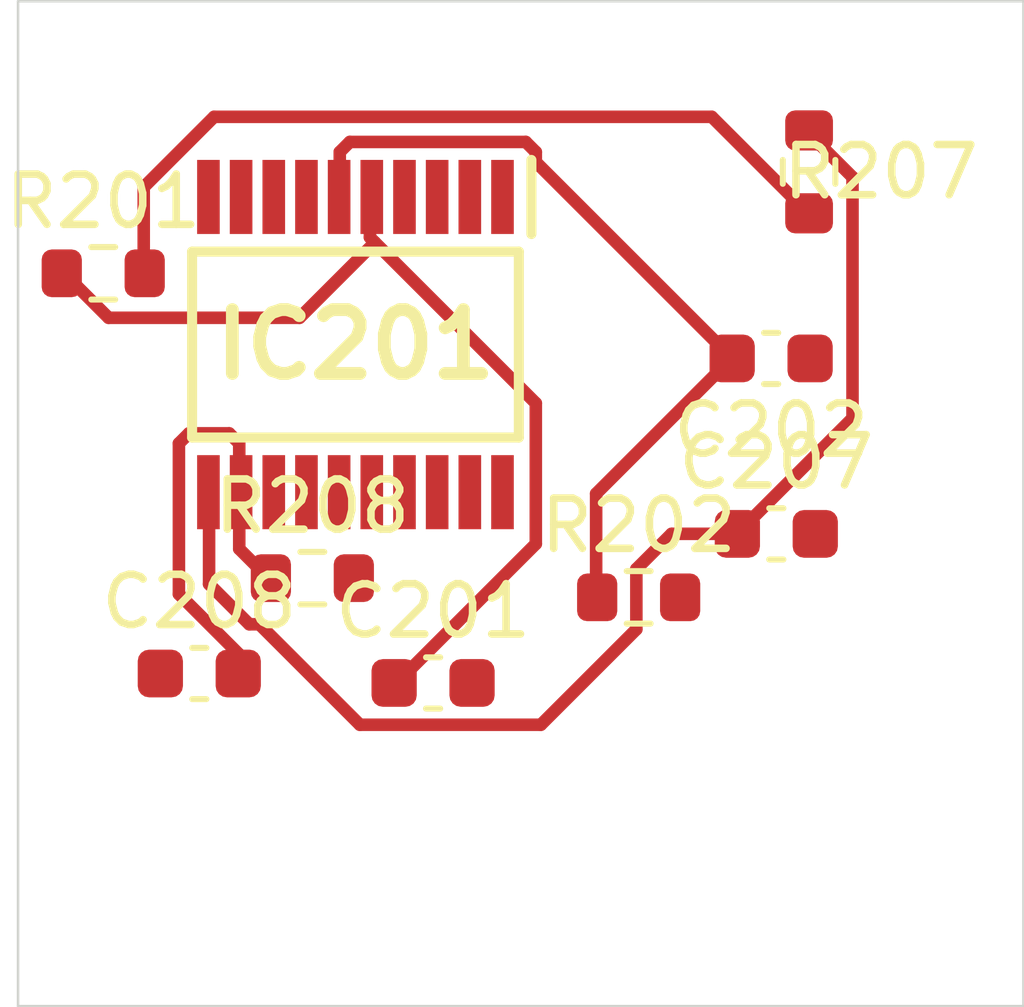
<source format=kicad_pcb>
 ( kicad_pcb  ( version 20171130 )
 ( host pcbnew 5.1.12-84ad8e8a86~92~ubuntu18.04.1 )
 ( general  ( thickness 1.6 )
 ( drawings 4 )
 ( tracks 0 )
 ( zones 0 )
 ( modules 9 )
 ( nets 19 )
)
 ( page A4 )
 ( layers  ( 0 F.Cu signal )
 ( 31 B.Cu signal )
 ( 32 B.Adhes user )
 ( 33 F.Adhes user )
 ( 34 B.Paste user )
 ( 35 F.Paste user )
 ( 36 B.SilkS user )
 ( 37 F.SilkS user )
 ( 38 B.Mask user )
 ( 39 F.Mask user )
 ( 40 Dwgs.User user )
 ( 41 Cmts.User user )
 ( 42 Eco1.User user )
 ( 43 Eco2.User user )
 ( 44 Edge.Cuts user )
 ( 45 Margin user )
 ( 46 B.CrtYd user )
 ( 47 F.CrtYd user )
 ( 48 B.Fab user )
 ( 49 F.Fab user )
)
 ( setup  ( last_trace_width 0.25 )
 ( trace_clearance 0.2 )
 ( zone_clearance 0.508 )
 ( zone_45_only no )
 ( trace_min 0.2 )
 ( via_size 0.8 )
 ( via_drill 0.4 )
 ( via_min_size 0.4 )
 ( via_min_drill 0.3 )
 ( uvia_size 0.3 )
 ( uvia_drill 0.1 )
 ( uvias_allowed no )
 ( uvia_min_size 0.2 )
 ( uvia_min_drill 0.1 )
 ( edge_width 0.05 )
 ( segment_width 0.2 )
 ( pcb_text_width 0.3 )
 ( pcb_text_size 1.5 1.5 )
 ( mod_edge_width 0.12 )
 ( mod_text_size 1 1 )
 ( mod_text_width 0.15 )
 ( pad_size 1.524 1.524 )
 ( pad_drill 0.762 )
 ( pad_to_mask_clearance 0 )
 ( aux_axis_origin 0 0 )
 ( visible_elements FFFFFF7F )
 ( pcbplotparams  ( layerselection 0x010fc_ffffffff )
 ( usegerberextensions false )
 ( usegerberattributes true )
 ( usegerberadvancedattributes true )
 ( creategerberjobfile true )
 ( excludeedgelayer true )
 ( linewidth 0.100000 )
 ( plotframeref false )
 ( viasonmask false )
 ( mode 1 )
 ( useauxorigin false )
 ( hpglpennumber 1 )
 ( hpglpenspeed 20 )
 ( hpglpendiameter 15.000000 )
 ( psnegative false )
 ( psa4output false )
 ( plotreference true )
 ( plotvalue true )
 ( plotinvisibletext false )
 ( padsonsilk false )
 ( subtractmaskfromsilk false )
 ( outputformat 1 )
 ( mirror false )
 ( drillshape 1 )
 ( scaleselection 1 )
 ( outputdirectory "" )
)
)
 ( net 0 "" )
 ( net 1 GND )
 ( net 2 /Sheet6235D886/ch0 )
 ( net 3 /Sheet6235D886/ch1 )
 ( net 4 /Sheet6235D886/ch2 )
 ( net 5 /Sheet6235D886/ch3 )
 ( net 6 /Sheet6235D886/ch4 )
 ( net 7 /Sheet6235D886/ch5 )
 ( net 8 /Sheet6235D886/ch6 )
 ( net 9 /Sheet6235D886/ch7 )
 ( net 10 VDD )
 ( net 11 VDDA )
 ( net 12 /Sheet6235D886/adc_csn )
 ( net 13 /Sheet6235D886/adc_sck )
 ( net 14 /Sheet6235D886/adc_sdi )
 ( net 15 /Sheet6235D886/adc_sdo )
 ( net 16 /Sheet6235D886/vp )
 ( net 17 /Sheet6248AD22/chn0 )
 ( net 18 /Sheet6248AD22/chn3 )
 ( net_class Default "This is the default net class."  ( clearance 0.2 )
 ( trace_width 0.25 )
 ( via_dia 0.8 )
 ( via_drill 0.4 )
 ( uvia_dia 0.3 )
 ( uvia_drill 0.1 )
 ( add_net /Sheet6235D886/adc_csn )
 ( add_net /Sheet6235D886/adc_sck )
 ( add_net /Sheet6235D886/adc_sdi )
 ( add_net /Sheet6235D886/adc_sdo )
 ( add_net /Sheet6235D886/ch0 )
 ( add_net /Sheet6235D886/ch1 )
 ( add_net /Sheet6235D886/ch2 )
 ( add_net /Sheet6235D886/ch3 )
 ( add_net /Sheet6235D886/ch4 )
 ( add_net /Sheet6235D886/ch5 )
 ( add_net /Sheet6235D886/ch6 )
 ( add_net /Sheet6235D886/ch7 )
 ( add_net /Sheet6235D886/vp )
 ( add_net /Sheet6248AD22/chn0 )
 ( add_net /Sheet6248AD22/chn3 )
 ( add_net GND )
 ( add_net VDD )
 ( add_net VDDA )
)
 ( module Capacitor_SMD:C_0603_1608Metric  ( layer F.Cu )
 ( tedit 5F68FEEE )
 ( tstamp 6234222D )
 ( at 88.256400 113.568000 )
 ( descr "Capacitor SMD 0603 (1608 Metric), square (rectangular) end terminal, IPC_7351 nominal, (Body size source: IPC-SM-782 page 76, https://www.pcb-3d.com/wordpress/wp-content/uploads/ipc-sm-782a_amendment_1_and_2.pdf), generated with kicad-footprint-generator" )
 ( tags capacitor )
 ( path /6235D887/623691C5 )
 ( attr smd )
 ( fp_text reference C201  ( at 0 -1.43 )
 ( layer F.SilkS )
 ( effects  ( font  ( size 1 1 )
 ( thickness 0.15 )
)
)
)
 ( fp_text value 0.1uF  ( at 0 1.43 )
 ( layer F.Fab )
 ( effects  ( font  ( size 1 1 )
 ( thickness 0.15 )
)
)
)
 ( fp_line  ( start -0.8 0.4 )
 ( end -0.8 -0.4 )
 ( layer F.Fab )
 ( width 0.1 )
)
 ( fp_line  ( start -0.8 -0.4 )
 ( end 0.8 -0.4 )
 ( layer F.Fab )
 ( width 0.1 )
)
 ( fp_line  ( start 0.8 -0.4 )
 ( end 0.8 0.4 )
 ( layer F.Fab )
 ( width 0.1 )
)
 ( fp_line  ( start 0.8 0.4 )
 ( end -0.8 0.4 )
 ( layer F.Fab )
 ( width 0.1 )
)
 ( fp_line  ( start -0.14058 -0.51 )
 ( end 0.14058 -0.51 )
 ( layer F.SilkS )
 ( width 0.12 )
)
 ( fp_line  ( start -0.14058 0.51 )
 ( end 0.14058 0.51 )
 ( layer F.SilkS )
 ( width 0.12 )
)
 ( fp_line  ( start -1.48 0.73 )
 ( end -1.48 -0.73 )
 ( layer F.CrtYd )
 ( width 0.05 )
)
 ( fp_line  ( start -1.48 -0.73 )
 ( end 1.48 -0.73 )
 ( layer F.CrtYd )
 ( width 0.05 )
)
 ( fp_line  ( start 1.48 -0.73 )
 ( end 1.48 0.73 )
 ( layer F.CrtYd )
 ( width 0.05 )
)
 ( fp_line  ( start 1.48 0.73 )
 ( end -1.48 0.73 )
 ( layer F.CrtYd )
 ( width 0.05 )
)
 ( fp_text user %R  ( at 0 0 )
 ( layer F.Fab )
 ( effects  ( font  ( size 0.4 0.4 )
 ( thickness 0.06 )
)
)
)
 ( pad 2 smd roundrect  ( at 0.775 0 )
 ( size 0.9 0.95 )
 ( layers F.Cu F.Mask F.Paste )
 ( roundrect_rratio 0.25 )
 ( net 1 GND )
)
 ( pad 1 smd roundrect  ( at -0.775 0 )
 ( size 0.9 0.95 )
 ( layers F.Cu F.Mask F.Paste )
 ( roundrect_rratio 0.25 )
 ( net 2 /Sheet6235D886/ch0 )
)
 ( model ${KISYS3DMOD}/Capacitor_SMD.3dshapes/C_0603_1608Metric.wrl  ( at  ( xyz 0 0 0 )
)
 ( scale  ( xyz 1 1 1 )
)
 ( rotate  ( xyz 0 0 0 )
)
)
)
 ( module Capacitor_SMD:C_0603_1608Metric  ( layer F.Cu )
 ( tedit 5F68FEEE )
 ( tstamp 6234223E )
 ( at 94.981600 107.109000 180.000000 )
 ( descr "Capacitor SMD 0603 (1608 Metric), square (rectangular) end terminal, IPC_7351 nominal, (Body size source: IPC-SM-782 page 76, https://www.pcb-3d.com/wordpress/wp-content/uploads/ipc-sm-782a_amendment_1_and_2.pdf), generated with kicad-footprint-generator" )
 ( tags capacitor )
 ( path /6235D887/62369EE0 )
 ( attr smd )
 ( fp_text reference C202  ( at 0 -1.43 )
 ( layer F.SilkS )
 ( effects  ( font  ( size 1 1 )
 ( thickness 0.15 )
)
)
)
 ( fp_text value 0.1uF  ( at 0 1.43 )
 ( layer F.Fab )
 ( effects  ( font  ( size 1 1 )
 ( thickness 0.15 )
)
)
)
 ( fp_line  ( start 1.48 0.73 )
 ( end -1.48 0.73 )
 ( layer F.CrtYd )
 ( width 0.05 )
)
 ( fp_line  ( start 1.48 -0.73 )
 ( end 1.48 0.73 )
 ( layer F.CrtYd )
 ( width 0.05 )
)
 ( fp_line  ( start -1.48 -0.73 )
 ( end 1.48 -0.73 )
 ( layer F.CrtYd )
 ( width 0.05 )
)
 ( fp_line  ( start -1.48 0.73 )
 ( end -1.48 -0.73 )
 ( layer F.CrtYd )
 ( width 0.05 )
)
 ( fp_line  ( start -0.14058 0.51 )
 ( end 0.14058 0.51 )
 ( layer F.SilkS )
 ( width 0.12 )
)
 ( fp_line  ( start -0.14058 -0.51 )
 ( end 0.14058 -0.51 )
 ( layer F.SilkS )
 ( width 0.12 )
)
 ( fp_line  ( start 0.8 0.4 )
 ( end -0.8 0.4 )
 ( layer F.Fab )
 ( width 0.1 )
)
 ( fp_line  ( start 0.8 -0.4 )
 ( end 0.8 0.4 )
 ( layer F.Fab )
 ( width 0.1 )
)
 ( fp_line  ( start -0.8 -0.4 )
 ( end 0.8 -0.4 )
 ( layer F.Fab )
 ( width 0.1 )
)
 ( fp_line  ( start -0.8 0.4 )
 ( end -0.8 -0.4 )
 ( layer F.Fab )
 ( width 0.1 )
)
 ( fp_text user %R  ( at 0 0 )
 ( layer F.Fab )
 ( effects  ( font  ( size 0.4 0.4 )
 ( thickness 0.06 )
)
)
)
 ( pad 1 smd roundrect  ( at -0.775 0 180.000000 )
 ( size 0.9 0.95 )
 ( layers F.Cu F.Mask F.Paste )
 ( roundrect_rratio 0.25 )
 ( net 1 GND )
)
 ( pad 2 smd roundrect  ( at 0.775 0 180.000000 )
 ( size 0.9 0.95 )
 ( layers F.Cu F.Mask F.Paste )
 ( roundrect_rratio 0.25 )
 ( net 3 /Sheet6235D886/ch1 )
)
 ( model ${KISYS3DMOD}/Capacitor_SMD.3dshapes/C_0603_1608Metric.wrl  ( at  ( xyz 0 0 0 )
)
 ( scale  ( xyz 1 1 1 )
)
 ( rotate  ( xyz 0 0 0 )
)
)
)
 ( module Capacitor_SMD:C_0603_1608Metric  ( layer F.Cu )
 ( tedit 5F68FEEE )
 ( tstamp 62342293 )
 ( at 95.084200 110.601000 )
 ( descr "Capacitor SMD 0603 (1608 Metric), square (rectangular) end terminal, IPC_7351 nominal, (Body size source: IPC-SM-782 page 76, https://www.pcb-3d.com/wordpress/wp-content/uploads/ipc-sm-782a_amendment_1_and_2.pdf), generated with kicad-footprint-generator" )
 ( tags capacitor )
 ( path /6235D887/6238B3FE )
 ( attr smd )
 ( fp_text reference C207  ( at 0 -1.43 )
 ( layer F.SilkS )
 ( effects  ( font  ( size 1 1 )
 ( thickness 0.15 )
)
)
)
 ( fp_text value 0.1uF  ( at 0 1.43 )
 ( layer F.Fab )
 ( effects  ( font  ( size 1 1 )
 ( thickness 0.15 )
)
)
)
 ( fp_line  ( start -0.8 0.4 )
 ( end -0.8 -0.4 )
 ( layer F.Fab )
 ( width 0.1 )
)
 ( fp_line  ( start -0.8 -0.4 )
 ( end 0.8 -0.4 )
 ( layer F.Fab )
 ( width 0.1 )
)
 ( fp_line  ( start 0.8 -0.4 )
 ( end 0.8 0.4 )
 ( layer F.Fab )
 ( width 0.1 )
)
 ( fp_line  ( start 0.8 0.4 )
 ( end -0.8 0.4 )
 ( layer F.Fab )
 ( width 0.1 )
)
 ( fp_line  ( start -0.14058 -0.51 )
 ( end 0.14058 -0.51 )
 ( layer F.SilkS )
 ( width 0.12 )
)
 ( fp_line  ( start -0.14058 0.51 )
 ( end 0.14058 0.51 )
 ( layer F.SilkS )
 ( width 0.12 )
)
 ( fp_line  ( start -1.48 0.73 )
 ( end -1.48 -0.73 )
 ( layer F.CrtYd )
 ( width 0.05 )
)
 ( fp_line  ( start -1.48 -0.73 )
 ( end 1.48 -0.73 )
 ( layer F.CrtYd )
 ( width 0.05 )
)
 ( fp_line  ( start 1.48 -0.73 )
 ( end 1.48 0.73 )
 ( layer F.CrtYd )
 ( width 0.05 )
)
 ( fp_line  ( start 1.48 0.73 )
 ( end -1.48 0.73 )
 ( layer F.CrtYd )
 ( width 0.05 )
)
 ( fp_text user %R  ( at 0 0 )
 ( layer F.Fab )
 ( effects  ( font  ( size 0.4 0.4 )
 ( thickness 0.06 )
)
)
)
 ( pad 2 smd roundrect  ( at 0.775 0 )
 ( size 0.9 0.95 )
 ( layers F.Cu F.Mask F.Paste )
 ( roundrect_rratio 0.25 )
 ( net 1 GND )
)
 ( pad 1 smd roundrect  ( at -0.775 0 )
 ( size 0.9 0.95 )
 ( layers F.Cu F.Mask F.Paste )
 ( roundrect_rratio 0.25 )
 ( net 8 /Sheet6235D886/ch6 )
)
 ( model ${KISYS3DMOD}/Capacitor_SMD.3dshapes/C_0603_1608Metric.wrl  ( at  ( xyz 0 0 0 )
)
 ( scale  ( xyz 1 1 1 )
)
 ( rotate  ( xyz 0 0 0 )
)
)
)
 ( module Capacitor_SMD:C_0603_1608Metric  ( layer F.Cu )
 ( tedit 5F68FEEE )
 ( tstamp 623422A4 )
 ( at 83.605400 113.380000 )
 ( descr "Capacitor SMD 0603 (1608 Metric), square (rectangular) end terminal, IPC_7351 nominal, (Body size source: IPC-SM-782 page 76, https://www.pcb-3d.com/wordpress/wp-content/uploads/ipc-sm-782a_amendment_1_and_2.pdf), generated with kicad-footprint-generator" )
 ( tags capacitor )
 ( path /6235D887/6238B404 )
 ( attr smd )
 ( fp_text reference C208  ( at 0 -1.43 )
 ( layer F.SilkS )
 ( effects  ( font  ( size 1 1 )
 ( thickness 0.15 )
)
)
)
 ( fp_text value 0.1uF  ( at 0 1.43 )
 ( layer F.Fab )
 ( effects  ( font  ( size 1 1 )
 ( thickness 0.15 )
)
)
)
 ( fp_line  ( start 1.48 0.73 )
 ( end -1.48 0.73 )
 ( layer F.CrtYd )
 ( width 0.05 )
)
 ( fp_line  ( start 1.48 -0.73 )
 ( end 1.48 0.73 )
 ( layer F.CrtYd )
 ( width 0.05 )
)
 ( fp_line  ( start -1.48 -0.73 )
 ( end 1.48 -0.73 )
 ( layer F.CrtYd )
 ( width 0.05 )
)
 ( fp_line  ( start -1.48 0.73 )
 ( end -1.48 -0.73 )
 ( layer F.CrtYd )
 ( width 0.05 )
)
 ( fp_line  ( start -0.14058 0.51 )
 ( end 0.14058 0.51 )
 ( layer F.SilkS )
 ( width 0.12 )
)
 ( fp_line  ( start -0.14058 -0.51 )
 ( end 0.14058 -0.51 )
 ( layer F.SilkS )
 ( width 0.12 )
)
 ( fp_line  ( start 0.8 0.4 )
 ( end -0.8 0.4 )
 ( layer F.Fab )
 ( width 0.1 )
)
 ( fp_line  ( start 0.8 -0.4 )
 ( end 0.8 0.4 )
 ( layer F.Fab )
 ( width 0.1 )
)
 ( fp_line  ( start -0.8 -0.4 )
 ( end 0.8 -0.4 )
 ( layer F.Fab )
 ( width 0.1 )
)
 ( fp_line  ( start -0.8 0.4 )
 ( end -0.8 -0.4 )
 ( layer F.Fab )
 ( width 0.1 )
)
 ( fp_text user %R  ( at 0 0 )
 ( layer F.Fab )
 ( effects  ( font  ( size 0.4 0.4 )
 ( thickness 0.06 )
)
)
)
 ( pad 1 smd roundrect  ( at -0.775 0 )
 ( size 0.9 0.95 )
 ( layers F.Cu F.Mask F.Paste )
 ( roundrect_rratio 0.25 )
 ( net 1 GND )
)
 ( pad 2 smd roundrect  ( at 0.775 0 )
 ( size 0.9 0.95 )
 ( layers F.Cu F.Mask F.Paste )
 ( roundrect_rratio 0.25 )
 ( net 9 /Sheet6235D886/ch7 )
)
 ( model ${KISYS3DMOD}/Capacitor_SMD.3dshapes/C_0603_1608Metric.wrl  ( at  ( xyz 0 0 0 )
)
 ( scale  ( xyz 1 1 1 )
)
 ( rotate  ( xyz 0 0 0 )
)
)
)
 ( module MCP3564R-E_ST:SOP65P640X120-20N locked  ( layer F.Cu )
 ( tedit 623351C2 )
 ( tstamp 623423D6 )
 ( at 86.712100 106.833000 270.000000 )
 ( descr "20-Lead Plastic Thin Shrink Small Outline (ST) - 4.4mm body [TSSOP]" )
 ( tags "Integrated Circuit" )
 ( path /6235D887/6235E071 )
 ( attr smd )
 ( fp_text reference IC201  ( at 0 0 )
 ( layer F.SilkS )
 ( effects  ( font  ( size 1.27 1.27 )
 ( thickness 0.254 )
)
)
)
 ( fp_text value MCP3564R-E_ST  ( at 0 0 )
 ( layer F.SilkS )
hide  ( effects  ( font  ( size 1.27 1.27 )
 ( thickness 0.254 )
)
)
)
 ( fp_line  ( start -3.925 -3.55 )
 ( end 3.925 -3.55 )
 ( layer Dwgs.User )
 ( width 0.05 )
)
 ( fp_line  ( start 3.925 -3.55 )
 ( end 3.925 3.55 )
 ( layer Dwgs.User )
 ( width 0.05 )
)
 ( fp_line  ( start 3.925 3.55 )
 ( end -3.925 3.55 )
 ( layer Dwgs.User )
 ( width 0.05 )
)
 ( fp_line  ( start -3.925 3.55 )
 ( end -3.925 -3.55 )
 ( layer Dwgs.User )
 ( width 0.05 )
)
 ( fp_line  ( start -2.2 -3.25 )
 ( end 2.2 -3.25 )
 ( layer Dwgs.User )
 ( width 0.1 )
)
 ( fp_line  ( start 2.2 -3.25 )
 ( end 2.2 3.25 )
 ( layer Dwgs.User )
 ( width 0.1 )
)
 ( fp_line  ( start 2.2 3.25 )
 ( end -2.2 3.25 )
 ( layer Dwgs.User )
 ( width 0.1 )
)
 ( fp_line  ( start -2.2 3.25 )
 ( end -2.2 -3.25 )
 ( layer Dwgs.User )
 ( width 0.1 )
)
 ( fp_line  ( start -2.2 -2.6 )
 ( end -1.55 -3.25 )
 ( layer Dwgs.User )
 ( width 0.1 )
)
 ( fp_line  ( start -1.85 -3.25 )
 ( end 1.85 -3.25 )
 ( layer F.SilkS )
 ( width 0.2 )
)
 ( fp_line  ( start 1.85 -3.25 )
 ( end 1.85 3.25 )
 ( layer F.SilkS )
 ( width 0.2 )
)
 ( fp_line  ( start 1.85 3.25 )
 ( end -1.85 3.25 )
 ( layer F.SilkS )
 ( width 0.2 )
)
 ( fp_line  ( start -1.85 3.25 )
 ( end -1.85 -3.25 )
 ( layer F.SilkS )
 ( width 0.2 )
)
 ( fp_line  ( start -3.675 -3.5 )
 ( end -2.2 -3.5 )
 ( layer F.SilkS )
 ( width 0.2 )
)
 ( pad 1 smd rect  ( at -2.938 -2.925 )
 ( size 0.45 1.475 )
 ( layers F.Cu F.Mask F.Paste )
 ( net 11 VDDA )
)
 ( pad 2 smd rect  ( at -2.938 -2.275 )
 ( size 0.45 1.475 )
 ( layers F.Cu F.Mask F.Paste )
 ( net 1 GND )
)
 ( pad 3 smd rect  ( at -2.938 -1.625 )
 ( size 0.45 1.475 )
 ( layers F.Cu F.Mask F.Paste )
 ( net 1 GND )
)
 ( pad 4 smd rect  ( at -2.938 -0.975 )
 ( size 0.45 1.475 )
 ( layers F.Cu F.Mask F.Paste )
)
 ( pad 5 smd rect  ( at -2.938 -0.325 )
 ( size 0.45 1.475 )
 ( layers F.Cu F.Mask F.Paste )
 ( net 2 /Sheet6235D886/ch0 )
)
 ( pad 6 smd rect  ( at -2.938 0.325 )
 ( size 0.45 1.475 )
 ( layers F.Cu F.Mask F.Paste )
 ( net 3 /Sheet6235D886/ch1 )
)
 ( pad 7 smd rect  ( at -2.938 0.975 )
 ( size 0.45 1.475 )
 ( layers F.Cu F.Mask F.Paste )
 ( net 4 /Sheet6235D886/ch2 )
)
 ( pad 8 smd rect  ( at -2.938 1.625 )
 ( size 0.45 1.475 )
 ( layers F.Cu F.Mask F.Paste )
 ( net 5 /Sheet6235D886/ch3 )
)
 ( pad 9 smd rect  ( at -2.938 2.275 )
 ( size 0.45 1.475 )
 ( layers F.Cu F.Mask F.Paste )
 ( net 6 /Sheet6235D886/ch4 )
)
 ( pad 10 smd rect  ( at -2.938 2.925 )
 ( size 0.45 1.475 )
 ( layers F.Cu F.Mask F.Paste )
 ( net 7 /Sheet6235D886/ch5 )
)
 ( pad 11 smd rect  ( at 2.938 2.925 )
 ( size 0.45 1.475 )
 ( layers F.Cu F.Mask F.Paste )
 ( net 8 /Sheet6235D886/ch6 )
)
 ( pad 12 smd rect  ( at 2.938 2.275 )
 ( size 0.45 1.475 )
 ( layers F.Cu F.Mask F.Paste )
 ( net 9 /Sheet6235D886/ch7 )
)
 ( pad 13 smd rect  ( at 2.938 1.625 )
 ( size 0.45 1.475 )
 ( layers F.Cu F.Mask F.Paste )
 ( net 12 /Sheet6235D886/adc_csn )
)
 ( pad 14 smd rect  ( at 2.938 0.975 )
 ( size 0.45 1.475 )
 ( layers F.Cu F.Mask F.Paste )
 ( net 13 /Sheet6235D886/adc_sck )
)
 ( pad 15 smd rect  ( at 2.938 0.325 )
 ( size 0.45 1.475 )
 ( layers F.Cu F.Mask F.Paste )
 ( net 14 /Sheet6235D886/adc_sdi )
)
 ( pad 16 smd rect  ( at 2.938 -0.325 )
 ( size 0.45 1.475 )
 ( layers F.Cu F.Mask F.Paste )
 ( net 15 /Sheet6235D886/adc_sdo )
)
 ( pad 17 smd rect  ( at 2.938 -0.975 )
 ( size 0.45 1.475 )
 ( layers F.Cu F.Mask F.Paste )
)
 ( pad 18 smd rect  ( at 2.938 -1.625 )
 ( size 0.45 1.475 )
 ( layers F.Cu F.Mask F.Paste )
)
 ( pad 19 smd rect  ( at 2.938 -2.275 )
 ( size 0.45 1.475 )
 ( layers F.Cu F.Mask F.Paste )
 ( net 1 GND )
)
 ( pad 20 smd rect  ( at 2.938 -2.925 )
 ( size 0.45 1.475 )
 ( layers F.Cu F.Mask F.Paste )
 ( net 10 VDD )
)
)
 ( module Resistor_SMD:R_0603_1608Metric  ( layer F.Cu )
 ( tedit 5F68FEEE )
 ( tstamp 6234250D )
 ( at 81.694400 105.415000 )
 ( descr "Resistor SMD 0603 (1608 Metric), square (rectangular) end terminal, IPC_7351 nominal, (Body size source: IPC-SM-782 page 72, https://www.pcb-3d.com/wordpress/wp-content/uploads/ipc-sm-782a_amendment_1_and_2.pdf), generated with kicad-footprint-generator" )
 ( tags resistor )
 ( path /6235D887/623641B7 )
 ( attr smd )
 ( fp_text reference R201  ( at 0 -1.43 )
 ( layer F.SilkS )
 ( effects  ( font  ( size 1 1 )
 ( thickness 0.15 )
)
)
)
 ( fp_text value 1k  ( at 0 1.43 )
 ( layer F.Fab )
 ( effects  ( font  ( size 1 1 )
 ( thickness 0.15 )
)
)
)
 ( fp_line  ( start -0.8 0.4125 )
 ( end -0.8 -0.4125 )
 ( layer F.Fab )
 ( width 0.1 )
)
 ( fp_line  ( start -0.8 -0.4125 )
 ( end 0.8 -0.4125 )
 ( layer F.Fab )
 ( width 0.1 )
)
 ( fp_line  ( start 0.8 -0.4125 )
 ( end 0.8 0.4125 )
 ( layer F.Fab )
 ( width 0.1 )
)
 ( fp_line  ( start 0.8 0.4125 )
 ( end -0.8 0.4125 )
 ( layer F.Fab )
 ( width 0.1 )
)
 ( fp_line  ( start -0.237258 -0.5225 )
 ( end 0.237258 -0.5225 )
 ( layer F.SilkS )
 ( width 0.12 )
)
 ( fp_line  ( start -0.237258 0.5225 )
 ( end 0.237258 0.5225 )
 ( layer F.SilkS )
 ( width 0.12 )
)
 ( fp_line  ( start -1.48 0.73 )
 ( end -1.48 -0.73 )
 ( layer F.CrtYd )
 ( width 0.05 )
)
 ( fp_line  ( start -1.48 -0.73 )
 ( end 1.48 -0.73 )
 ( layer F.CrtYd )
 ( width 0.05 )
)
 ( fp_line  ( start 1.48 -0.73 )
 ( end 1.48 0.73 )
 ( layer F.CrtYd )
 ( width 0.05 )
)
 ( fp_line  ( start 1.48 0.73 )
 ( end -1.48 0.73 )
 ( layer F.CrtYd )
 ( width 0.05 )
)
 ( fp_text user %R  ( at 0 0 )
 ( layer F.Fab )
 ( effects  ( font  ( size 0.4 0.4 )
 ( thickness 0.06 )
)
)
)
 ( pad 2 smd roundrect  ( at 0.825 0 )
 ( size 0.8 0.95 )
 ( layers F.Cu F.Mask F.Paste )
 ( roundrect_rratio 0.25 )
 ( net 16 /Sheet6235D886/vp )
)
 ( pad 1 smd roundrect  ( at -0.825 0 )
 ( size 0.8 0.95 )
 ( layers F.Cu F.Mask F.Paste )
 ( roundrect_rratio 0.25 )
 ( net 2 /Sheet6235D886/ch0 )
)
 ( model ${KISYS3DMOD}/Resistor_SMD.3dshapes/R_0603_1608Metric.wrl  ( at  ( xyz 0 0 0 )
)
 ( scale  ( xyz 1 1 1 )
)
 ( rotate  ( xyz 0 0 0 )
)
)
)
 ( module Resistor_SMD:R_0603_1608Metric  ( layer F.Cu )
 ( tedit 5F68FEEE )
 ( tstamp 6234251E )
 ( at 92.346000 111.864000 )
 ( descr "Resistor SMD 0603 (1608 Metric), square (rectangular) end terminal, IPC_7351 nominal, (Body size source: IPC-SM-782 page 72, https://www.pcb-3d.com/wordpress/wp-content/uploads/ipc-sm-782a_amendment_1_and_2.pdf), generated with kicad-footprint-generator" )
 ( tags resistor )
 ( path /6235D887/6236A646 )
 ( attr smd )
 ( fp_text reference R202  ( at 0 -1.43 )
 ( layer F.SilkS )
 ( effects  ( font  ( size 1 1 )
 ( thickness 0.15 )
)
)
)
 ( fp_text value 1k  ( at 0 1.43 )
 ( layer F.Fab )
 ( effects  ( font  ( size 1 1 )
 ( thickness 0.15 )
)
)
)
 ( fp_line  ( start 1.48 0.73 )
 ( end -1.48 0.73 )
 ( layer F.CrtYd )
 ( width 0.05 )
)
 ( fp_line  ( start 1.48 -0.73 )
 ( end 1.48 0.73 )
 ( layer F.CrtYd )
 ( width 0.05 )
)
 ( fp_line  ( start -1.48 -0.73 )
 ( end 1.48 -0.73 )
 ( layer F.CrtYd )
 ( width 0.05 )
)
 ( fp_line  ( start -1.48 0.73 )
 ( end -1.48 -0.73 )
 ( layer F.CrtYd )
 ( width 0.05 )
)
 ( fp_line  ( start -0.237258 0.5225 )
 ( end 0.237258 0.5225 )
 ( layer F.SilkS )
 ( width 0.12 )
)
 ( fp_line  ( start -0.237258 -0.5225 )
 ( end 0.237258 -0.5225 )
 ( layer F.SilkS )
 ( width 0.12 )
)
 ( fp_line  ( start 0.8 0.4125 )
 ( end -0.8 0.4125 )
 ( layer F.Fab )
 ( width 0.1 )
)
 ( fp_line  ( start 0.8 -0.4125 )
 ( end 0.8 0.4125 )
 ( layer F.Fab )
 ( width 0.1 )
)
 ( fp_line  ( start -0.8 -0.4125 )
 ( end 0.8 -0.4125 )
 ( layer F.Fab )
 ( width 0.1 )
)
 ( fp_line  ( start -0.8 0.4125 )
 ( end -0.8 -0.4125 )
 ( layer F.Fab )
 ( width 0.1 )
)
 ( fp_text user %R  ( at 0 0 )
 ( layer F.Fab )
 ( effects  ( font  ( size 0.4 0.4 )
 ( thickness 0.06 )
)
)
)
 ( pad 1 smd roundrect  ( at -0.825 0 )
 ( size 0.8 0.95 )
 ( layers F.Cu F.Mask F.Paste )
 ( roundrect_rratio 0.25 )
 ( net 3 /Sheet6235D886/ch1 )
)
 ( pad 2 smd roundrect  ( at 0.825 0 )
 ( size 0.8 0.95 )
 ( layers F.Cu F.Mask F.Paste )
 ( roundrect_rratio 0.25 )
 ( net 17 /Sheet6248AD22/chn0 )
)
 ( model ${KISYS3DMOD}/Resistor_SMD.3dshapes/R_0603_1608Metric.wrl  ( at  ( xyz 0 0 0 )
)
 ( scale  ( xyz 1 1 1 )
)
 ( rotate  ( xyz 0 0 0 )
)
)
)
 ( module Resistor_SMD:R_0603_1608Metric  ( layer F.Cu )
 ( tedit 5F68FEEE )
 ( tstamp 62342573 )
 ( at 95.736100 103.396000 270.000000 )
 ( descr "Resistor SMD 0603 (1608 Metric), square (rectangular) end terminal, IPC_7351 nominal, (Body size source: IPC-SM-782 page 72, https://www.pcb-3d.com/wordpress/wp-content/uploads/ipc-sm-782a_amendment_1_and_2.pdf), generated with kicad-footprint-generator" )
 ( tags resistor )
 ( path /6235D887/6238B3F8 )
 ( attr smd )
 ( fp_text reference R207  ( at 0 -1.43 )
 ( layer F.SilkS )
 ( effects  ( font  ( size 1 1 )
 ( thickness 0.15 )
)
)
)
 ( fp_text value 1k  ( at 0 1.43 )
 ( layer F.Fab )
 ( effects  ( font  ( size 1 1 )
 ( thickness 0.15 )
)
)
)
 ( fp_line  ( start -0.8 0.4125 )
 ( end -0.8 -0.4125 )
 ( layer F.Fab )
 ( width 0.1 )
)
 ( fp_line  ( start -0.8 -0.4125 )
 ( end 0.8 -0.4125 )
 ( layer F.Fab )
 ( width 0.1 )
)
 ( fp_line  ( start 0.8 -0.4125 )
 ( end 0.8 0.4125 )
 ( layer F.Fab )
 ( width 0.1 )
)
 ( fp_line  ( start 0.8 0.4125 )
 ( end -0.8 0.4125 )
 ( layer F.Fab )
 ( width 0.1 )
)
 ( fp_line  ( start -0.237258 -0.5225 )
 ( end 0.237258 -0.5225 )
 ( layer F.SilkS )
 ( width 0.12 )
)
 ( fp_line  ( start -0.237258 0.5225 )
 ( end 0.237258 0.5225 )
 ( layer F.SilkS )
 ( width 0.12 )
)
 ( fp_line  ( start -1.48 0.73 )
 ( end -1.48 -0.73 )
 ( layer F.CrtYd )
 ( width 0.05 )
)
 ( fp_line  ( start -1.48 -0.73 )
 ( end 1.48 -0.73 )
 ( layer F.CrtYd )
 ( width 0.05 )
)
 ( fp_line  ( start 1.48 -0.73 )
 ( end 1.48 0.73 )
 ( layer F.CrtYd )
 ( width 0.05 )
)
 ( fp_line  ( start 1.48 0.73 )
 ( end -1.48 0.73 )
 ( layer F.CrtYd )
 ( width 0.05 )
)
 ( fp_text user %R  ( at 0 0 )
 ( layer F.Fab )
 ( effects  ( font  ( size 0.4 0.4 )
 ( thickness 0.06 )
)
)
)
 ( pad 2 smd roundrect  ( at 0.825 0 270.000000 )
 ( size 0.8 0.95 )
 ( layers F.Cu F.Mask F.Paste )
 ( roundrect_rratio 0.25 )
 ( net 16 /Sheet6235D886/vp )
)
 ( pad 1 smd roundrect  ( at -0.825 0 270.000000 )
 ( size 0.8 0.95 )
 ( layers F.Cu F.Mask F.Paste )
 ( roundrect_rratio 0.25 )
 ( net 8 /Sheet6235D886/ch6 )
)
 ( model ${KISYS3DMOD}/Resistor_SMD.3dshapes/R_0603_1608Metric.wrl  ( at  ( xyz 0 0 0 )
)
 ( scale  ( xyz 1 1 1 )
)
 ( rotate  ( xyz 0 0 0 )
)
)
)
 ( module Resistor_SMD:R_0603_1608Metric  ( layer F.Cu )
 ( tedit 5F68FEEE )
 ( tstamp 62342584 )
 ( at 85.854500 111.482000 )
 ( descr "Resistor SMD 0603 (1608 Metric), square (rectangular) end terminal, IPC_7351 nominal, (Body size source: IPC-SM-782 page 72, https://www.pcb-3d.com/wordpress/wp-content/uploads/ipc-sm-782a_amendment_1_and_2.pdf), generated with kicad-footprint-generator" )
 ( tags resistor )
 ( path /6235D887/6238B40A )
 ( attr smd )
 ( fp_text reference R208  ( at 0 -1.43 )
 ( layer F.SilkS )
 ( effects  ( font  ( size 1 1 )
 ( thickness 0.15 )
)
)
)
 ( fp_text value 1k  ( at 0 1.43 )
 ( layer F.Fab )
 ( effects  ( font  ( size 1 1 )
 ( thickness 0.15 )
)
)
)
 ( fp_line  ( start 1.48 0.73 )
 ( end -1.48 0.73 )
 ( layer F.CrtYd )
 ( width 0.05 )
)
 ( fp_line  ( start 1.48 -0.73 )
 ( end 1.48 0.73 )
 ( layer F.CrtYd )
 ( width 0.05 )
)
 ( fp_line  ( start -1.48 -0.73 )
 ( end 1.48 -0.73 )
 ( layer F.CrtYd )
 ( width 0.05 )
)
 ( fp_line  ( start -1.48 0.73 )
 ( end -1.48 -0.73 )
 ( layer F.CrtYd )
 ( width 0.05 )
)
 ( fp_line  ( start -0.237258 0.5225 )
 ( end 0.237258 0.5225 )
 ( layer F.SilkS )
 ( width 0.12 )
)
 ( fp_line  ( start -0.237258 -0.5225 )
 ( end 0.237258 -0.5225 )
 ( layer F.SilkS )
 ( width 0.12 )
)
 ( fp_line  ( start 0.8 0.4125 )
 ( end -0.8 0.4125 )
 ( layer F.Fab )
 ( width 0.1 )
)
 ( fp_line  ( start 0.8 -0.4125 )
 ( end 0.8 0.4125 )
 ( layer F.Fab )
 ( width 0.1 )
)
 ( fp_line  ( start -0.8 -0.4125 )
 ( end 0.8 -0.4125 )
 ( layer F.Fab )
 ( width 0.1 )
)
 ( fp_line  ( start -0.8 0.4125 )
 ( end -0.8 -0.4125 )
 ( layer F.Fab )
 ( width 0.1 )
)
 ( fp_text user %R  ( at 0 0 )
 ( layer F.Fab )
 ( effects  ( font  ( size 0.4 0.4 )
 ( thickness 0.06 )
)
)
)
 ( pad 1 smd roundrect  ( at -0.825 0 )
 ( size 0.8 0.95 )
 ( layers F.Cu F.Mask F.Paste )
 ( roundrect_rratio 0.25 )
 ( net 9 /Sheet6235D886/ch7 )
)
 ( pad 2 smd roundrect  ( at 0.825 0 )
 ( size 0.8 0.95 )
 ( layers F.Cu F.Mask F.Paste )
 ( roundrect_rratio 0.25 )
 ( net 18 /Sheet6248AD22/chn3 )
)
 ( model ${KISYS3DMOD}/Resistor_SMD.3dshapes/R_0603_1608Metric.wrl  ( at  ( xyz 0 0 0 )
)
 ( scale  ( xyz 1 1 1 )
)
 ( rotate  ( xyz 0 0 0 )
)
)
)
 ( gr_line  ( start 100 100 )
 ( end 100 120 )
 ( layer Edge.Cuts )
 ( width 0.05 )
 ( tstamp 62E770C4 )
)
 ( gr_line  ( start 80 120 )
 ( end 100 120 )
 ( layer Edge.Cuts )
 ( width 0.05 )
 ( tstamp 62E770C0 )
)
 ( gr_line  ( start 80 100 )
 ( end 100 100 )
 ( layer Edge.Cuts )
 ( width 0.05 )
 ( tstamp 6234110C )
)
 ( gr_line  ( start 80 100 )
 ( end 80 120 )
 ( layer Edge.Cuts )
 ( width 0.05 )
)
 ( segment  ( start 87.000001 103.900002 )
 ( end 87.000001 104.700002 )
 ( width 0.250000 )
 ( layer F.Cu )
 ( net 2 )
)
 ( segment  ( start 87.000001 104.700002 )
 ( end 90.300001 108.000002 )
 ( width 0.250000 )
 ( layer F.Cu )
 ( net 2 )
)
 ( segment  ( start 90.300001 108.000002 )
 ( end 90.300001 110.800002 )
 ( width 0.250000 )
 ( layer F.Cu )
 ( net 2 )
)
 ( segment  ( start 90.300001 110.800002 )
 ( end 87.500001 113.600002 )
 ( width 0.250000 )
 ( layer F.Cu )
 ( net 2 )
)
 ( segment  ( start 80.900001 105.400002 )
 ( end 81.800001 106.300002 )
 ( width 0.250000 )
 ( layer F.Cu )
 ( net 2 )
)
 ( segment  ( start 81.800001 106.300002 )
 ( end 85.600001 106.300002 )
 ( width 0.250000 )
 ( layer F.Cu )
 ( net 2 )
)
 ( segment  ( start 85.600001 106.300002 )
 ( end 87.100001 104.800002 )
 ( width 0.250000 )
 ( layer F.Cu )
 ( net 2 )
)
 ( segment  ( start 86.400001 103.900002 )
 ( end 86.400001 103.000002 )
 ( width 0.250000 )
 ( layer F.Cu )
 ( net 3 )
)
 ( segment  ( start 86.400001 103.000002 )
 ( end 86.600001 102.800002 )
 ( width 0.250000 )
 ( layer F.Cu )
 ( net 3 )
)
 ( segment  ( start 86.600001 102.800002 )
 ( end 90.100001 102.800002 )
 ( width 0.250000 )
 ( layer F.Cu )
 ( net 3 )
)
 ( segment  ( start 90.100001 102.800002 )
 ( end 90.300001 103.000002 )
 ( width 0.250000 )
 ( layer F.Cu )
 ( net 3 )
)
 ( segment  ( start 90.300001 103.000002 )
 ( end 90.300001 103.200002 )
 ( width 0.250000 )
 ( layer F.Cu )
 ( net 3 )
)
 ( segment  ( start 90.300001 103.200002 )
 ( end 94.200001 107.100002 )
 ( width 0.250000 )
 ( layer F.Cu )
 ( net 3 )
)
 ( segment  ( start 91.500001 111.900002 )
 ( end 91.500001 109.800002 )
 ( width 0.250000 )
 ( layer F.Cu )
 ( net 3 )
)
 ( segment  ( start 91.500001 109.800002 )
 ( end 94.200001 107.100002 )
 ( width 0.250000 )
 ( layer F.Cu )
 ( net 3 )
)
 ( segment  ( start 83.800001 109.800002 )
 ( end 83.800001 111.600002 )
 ( width 0.250000 )
 ( layer F.Cu )
 ( net 8 )
)
 ( segment  ( start 83.800001 111.600002 )
 ( end 84.600001 112.400002 )
 ( width 0.250000 )
 ( layer F.Cu )
 ( net 8 )
)
 ( segment  ( start 84.600001 112.400002 )
 ( end 84.800001 112.400002 )
 ( width 0.250000 )
 ( layer F.Cu )
 ( net 8 )
)
 ( segment  ( start 84.800001 112.400002 )
 ( end 86.800001 114.400002 )
 ( width 0.250000 )
 ( layer F.Cu )
 ( net 8 )
)
 ( segment  ( start 86.800001 114.400002 )
 ( end 90.400001 114.400002 )
 ( width 0.250000 )
 ( layer F.Cu )
 ( net 8 )
)
 ( segment  ( start 90.400001 114.400002 )
 ( end 92.300001 112.500002 )
 ( width 0.250000 )
 ( layer F.Cu )
 ( net 8 )
)
 ( segment  ( start 92.300001 112.500002 )
 ( end 92.300001 111.300002 )
 ( width 0.250000 )
 ( layer F.Cu )
 ( net 8 )
)
 ( segment  ( start 92.300001 111.300002 )
 ( end 93.000001 110.600002 )
 ( width 0.250000 )
 ( layer F.Cu )
 ( net 8 )
)
 ( segment  ( start 93.000001 110.600002 )
 ( end 94.300001 110.600002 )
 ( width 0.250000 )
 ( layer F.Cu )
 ( net 8 )
)
 ( segment  ( start 95.700001 102.600002 )
 ( end 96.600001 103.500002 )
 ( width 0.250000 )
 ( layer F.Cu )
 ( net 8 )
)
 ( segment  ( start 96.600001 103.500002 )
 ( end 96.600001 108.300002 )
 ( width 0.250000 )
 ( layer F.Cu )
 ( net 8 )
)
 ( segment  ( start 96.600001 108.300002 )
 ( end 94.300001 110.600002 )
 ( width 0.250000 )
 ( layer F.Cu )
 ( net 8 )
)
 ( segment  ( start 84.400001 109.800002 )
 ( end 84.400001 108.800002 )
 ( width 0.250000 )
 ( layer F.Cu )
 ( net 9 )
)
 ( segment  ( start 84.400001 108.800002 )
 ( end 84.200001 108.600002 )
 ( width 0.250000 )
 ( layer F.Cu )
 ( net 9 )
)
 ( segment  ( start 84.200001 108.600002 )
 ( end 83.400001 108.600002 )
 ( width 0.250000 )
 ( layer F.Cu )
 ( net 9 )
)
 ( segment  ( start 83.400001 108.600002 )
 ( end 83.200001 108.800002 )
 ( width 0.250000 )
 ( layer F.Cu )
 ( net 9 )
)
 ( segment  ( start 83.200001 108.800002 )
 ( end 83.200001 111.800002 )
 ( width 0.250000 )
 ( layer F.Cu )
 ( net 9 )
)
 ( segment  ( start 83.200001 111.800002 )
 ( end 84.400001 113.000002 )
 ( width 0.250000 )
 ( layer F.Cu )
 ( net 9 )
)
 ( segment  ( start 84.400001 113.000002 )
 ( end 84.400001 113.400002 )
 ( width 0.250000 )
 ( layer F.Cu )
 ( net 9 )
)
 ( segment  ( start 85.000001 111.500002 )
 ( end 84.400001 110.900002 )
 ( width 0.250000 )
 ( layer F.Cu )
 ( net 9 )
)
 ( segment  ( start 84.400001 110.900002 )
 ( end 84.400001 109.800002 )
 ( width 0.250000 )
 ( layer F.Cu )
 ( net 9 )
)
 ( segment  ( start 95.700001 104.200002 )
 ( end 93.800001 102.300002 )
 ( width 0.250000 )
 ( layer F.Cu )
 ( net 16 )
)
 ( segment  ( start 93.800001 102.300002 )
 ( end 83.900001 102.300002 )
 ( width 0.250000 )
 ( layer F.Cu )
 ( net 16 )
)
 ( segment  ( start 83.900001 102.300002 )
 ( end 82.500001 103.700002 )
 ( width 0.250000 )
 ( layer F.Cu )
 ( net 16 )
)
 ( segment  ( start 82.500001 103.700002 )
 ( end 82.500001 105.400002 )
 ( width 0.250000 )
 ( layer F.Cu )
 ( net 16 )
)
)

</source>
